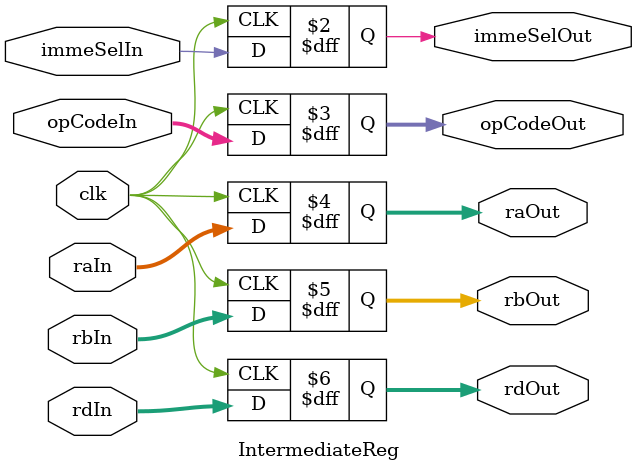
<source format=sv>
module IntermediateReg(clk, immeSelIn, opCodeIn, raIn, rbIn, rdIn, immeSelOut, opCodeOut, raOut, rbOut, rdOut);
  
  input clk, immeSelIn;
  input [5: 0] opCodeIn;
  input [6: 0] raIn, rbIn, rdIn;
  
  output logic immeSelOut;
  output logic [5: 0] opCodeOut;
  output logic [6: 0] raOut, rbOut, rdOut;
  
  always_ff @(posedge clk)
  begin
    immeSelOut <= immeSelIn;
    opCodeOut <= opCodeIn;
    raOut <= raIn;
    rbOut <= rbIn;
    rdOut <= rdIn;  
  end
  
endmodule

</source>
